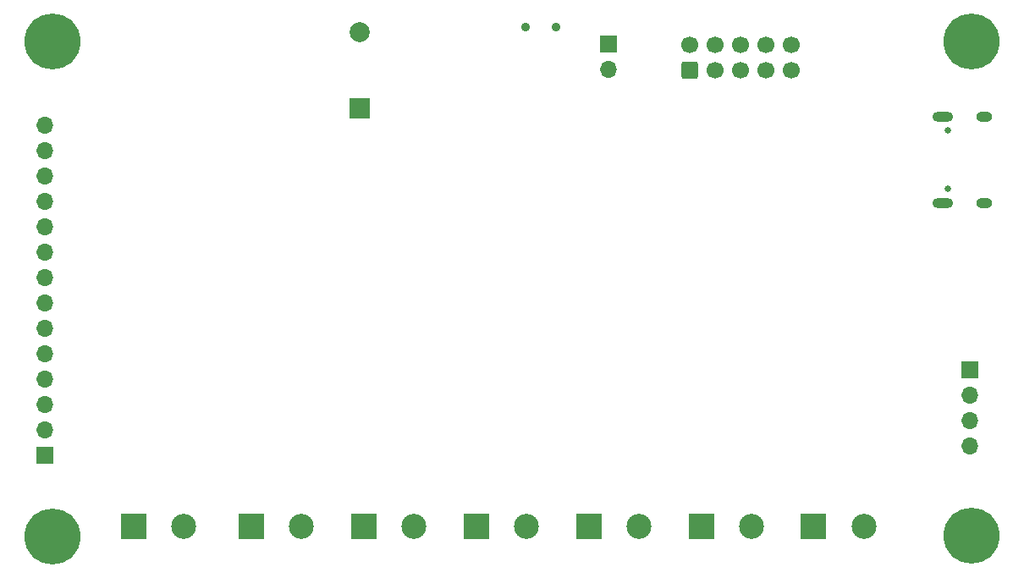
<source format=gbr>
%TF.GenerationSoftware,KiCad,Pcbnew,8.0.0*%
%TF.CreationDate,2024-06-19T21:37:33+02:00*%
%TF.ProjectId,PCB,5043422e-6b69-4636-9164-5f7063625858,0.1*%
%TF.SameCoordinates,Original*%
%TF.FileFunction,Soldermask,Bot*%
%TF.FilePolarity,Negative*%
%FSLAX46Y46*%
G04 Gerber Fmt 4.6, Leading zero omitted, Abs format (unit mm)*
G04 Created by KiCad (PCBNEW 8.0.0) date 2024-06-19 21:37:33*
%MOMM*%
%LPD*%
G01*
G04 APERTURE LIST*
G04 Aperture macros list*
%AMRoundRect*
0 Rectangle with rounded corners*
0 $1 Rounding radius*
0 $2 $3 $4 $5 $6 $7 $8 $9 X,Y pos of 4 corners*
0 Add a 4 corners polygon primitive as box body*
4,1,4,$2,$3,$4,$5,$6,$7,$8,$9,$2,$3,0*
0 Add four circle primitives for the rounded corners*
1,1,$1+$1,$2,$3*
1,1,$1+$1,$4,$5*
1,1,$1+$1,$6,$7*
1,1,$1+$1,$8,$9*
0 Add four rect primitives between the rounded corners*
20,1,$1+$1,$2,$3,$4,$5,0*
20,1,$1+$1,$4,$5,$6,$7,0*
20,1,$1+$1,$6,$7,$8,$9,0*
20,1,$1+$1,$8,$9,$2,$3,0*%
G04 Aperture macros list end*
%ADD10R,2.000000X2.000000*%
%ADD11C,2.000000*%
%ADD12R,1.700000X1.700000*%
%ADD13O,1.700000X1.700000*%
%ADD14C,5.600000*%
%ADD15C,0.650000*%
%ADD16O,2.100000X1.000000*%
%ADD17O,1.600000X1.000000*%
%ADD18R,2.500000X2.500000*%
%ADD19C,2.500000*%
%ADD20C,0.900000*%
%ADD21RoundRect,0.250000X0.600000X-0.600000X0.600000X0.600000X-0.600000X0.600000X-0.600000X-0.600000X0*%
%ADD22C,1.700000*%
G04 APERTURE END LIST*
D10*
%TO.C,BZ1*%
X144050000Y-69660000D03*
D11*
X144050000Y-62060000D03*
%TD*%
D12*
%TO.C,J4*%
X205100000Y-95800000D03*
D13*
X205100000Y-98340000D03*
X205100000Y-100880000D03*
X205100000Y-103420000D03*
%TD*%
D14*
%TO.C,H3*%
X113332944Y-63000000D03*
%TD*%
D15*
%TO.C,J14*%
X202895000Y-77690000D03*
X202895000Y-71910000D03*
D16*
X202395000Y-79120000D03*
D17*
X206575000Y-79120000D03*
D16*
X202395000Y-70480000D03*
D17*
X206575000Y-70480000D03*
%TD*%
D18*
%TO.C,J2*%
X121500000Y-111500000D03*
D19*
X126500000Y-111500000D03*
%TD*%
D12*
%TO.C,J3*%
X168970000Y-63260000D03*
D13*
X168970000Y-65800000D03*
%TD*%
D20*
%TO.C,SW1*%
X163710000Y-61515000D03*
X160710000Y-61515000D03*
%TD*%
D18*
%TO.C,J8*%
X133250000Y-111500000D03*
D19*
X138250000Y-111500000D03*
%TD*%
D21*
%TO.C,J10*%
X177120000Y-65820000D03*
D22*
X177120000Y-63280000D03*
X179660000Y-65820000D03*
X179660000Y-63280000D03*
X182200000Y-65820000D03*
X182200000Y-63280000D03*
X184740000Y-65820000D03*
X184740000Y-63280000D03*
X187280000Y-65820000D03*
X187280000Y-63280000D03*
%TD*%
D18*
%TO.C,J5*%
X178250000Y-111500000D03*
D19*
X183250000Y-111500000D03*
%TD*%
D14*
%TO.C,H2*%
X205282944Y-112462944D03*
%TD*%
D18*
%TO.C,J6*%
X167000000Y-111500000D03*
D19*
X172000000Y-111500000D03*
%TD*%
D18*
%TO.C,J1*%
X189500000Y-111500000D03*
D19*
X194500000Y-111500000D03*
%TD*%
D14*
%TO.C,H4*%
X113332944Y-112482944D03*
%TD*%
D18*
%TO.C,J12*%
X144500000Y-111500000D03*
D19*
X149500000Y-111500000D03*
%TD*%
D18*
%TO.C,J7*%
X155750000Y-111500000D03*
D19*
X160750000Y-111500000D03*
%TD*%
D14*
%TO.C,H1*%
X205282944Y-63000000D03*
%TD*%
D12*
%TO.C,J13*%
X112550000Y-104380000D03*
D13*
X112550000Y-101840000D03*
X112550000Y-99300000D03*
X112550000Y-96760000D03*
X112550000Y-94220000D03*
X112550000Y-91680000D03*
X112550000Y-89140000D03*
X112550000Y-86600000D03*
X112550000Y-84060000D03*
X112550000Y-81520000D03*
X112550000Y-78980000D03*
X112550000Y-76440000D03*
X112550000Y-73900000D03*
X112550000Y-71360000D03*
%TD*%
M02*

</source>
